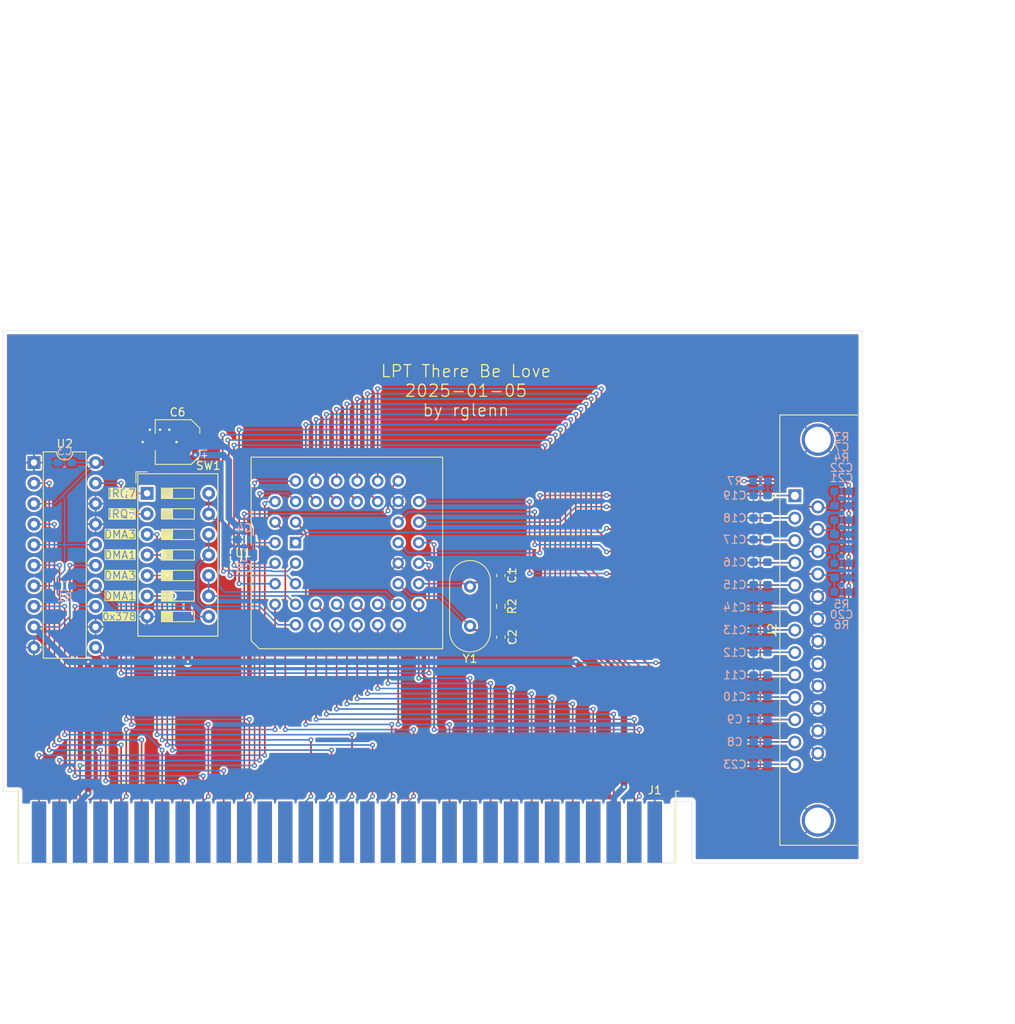
<source format=kicad_pcb>
(kicad_pcb (version 20240108) (generator "pcbnew") (generator_version "8.0")
  (layers (0 "F.Cu" signal) (31 "B.Cu" signal) (34 "B.Paste" user) (35 "F.Paste" user) (36 "B.SilkS" user "B.Silkscreen") (37 "F.SilkS" user "F.Silkscreen") (38 "B.Mask" user) (39 "F.Mask" user) (44 "Edge.Cuts" user))
  (net 0 "")
  (net 1 "/D7")
  (net 4 "/A9")
  (net 5 "/~{DACK1}")
  (net 6 "/IOCHRDY")
  (net 8 "/AEN")
  (net 9 "+5V")
  (net 11 "/D2")
  (net 12 "/~{DACK3}")
  (net 13 "/~{IOW}")
  (net 15 "/IRQ7")
  (net 17 "/A3")
  (net 20 "GND")
  (net 22 "/TC")
  (net 24 "/RESET")
  (net 29 "/A6")
  (net 31 "/A8")
  (net 33 "/A5")
  (net 34 "/D3")
  (net 35 "/A2")
  (net 39 "/D5")
  (net 41 "/D1")
  (net 42 "/A1")
  (net 43 "/~{IOR}")
  (net 44 "/D6")
  (net 48 "/A7")
  (net 50 "/D0")
  (net 52 "/A10")
  (net 53 "/IRQ5")
  (net 54 "/DRQ3")
  (net 55 "/A4")
  (net 56 "/A0")
  (net 57 "/D4")
  (net 58 "/DRQ1")
  (net 60 "Net-(U2-R5)")
  (net 61 "/LPT_DRQ")
  (net 62 "/LPT_IRQ")
  (net 63 "/~{LPT_DACK}")
  (net 64 "Net-(U1-PE)")
  (net 65 "Net-(U1-~{STROBE})")
  (net 66 "/~{LPT_CS}")
  (net 67 "Net-(J2-P15)")
  (net 68 "Net-(U1-PD4)")
  (net 69 "Net-(U1-CLOCK{slash}XTAL1)")
  (net 70 "Net-(J2-P16)")
  (net 71 "Net-(U1-PD2)")
  (net 72 "Net-(U1-PD0)")
  (net 73 "Net-(U1-PD3)")
  (net 74 "Net-(J2-P17)")
  (net 75 "Net-(U1-XTAL2)")
  (net 76 "Net-(U1-PD1)")
  (net 77 "Net-(U1-SLCT)")
  (net 78 "Net-(J2-P14)")
  (net 79 "Net-(U1-PD7)")
  (net 80 "Net-(U1-BUSY)")
  (net 81 "Net-(U1-PD5)")
  (net 82 "Net-(U1-PD6)")
  (net 83 "Net-(U1-~{ACK})")
  (footprint "Button_Switch_THT:SW_DIP_SPSTx07_Slide_9.78x19.96mm_W7.62mm_P2.54mm" (layer "F.Cu") (at 99.7375 90.165)
    (property "Reference" "SW1")
    (property "Value" "SW_DIP_x07")
  )
  (footprint "Connector_Dsub:DSUB-25_Female_Horizontal_P2.77x2.84mm_EdgePinOffset4.94mm_Housed_MountingHolesOffset4.94mm" (layer "F.Cu") (at 179.897669 90.4632 90)
    (property "Reference" "J2")
    (property "Value" "DB25F")
  )
  (footprint "Capacitor_SMD:C_0603_1608Metric_Pad1.08x0.95mm_HandSolder" (layer "F.Cu") (at 143.51 100.33 90)
    (property "Reference" "C1")
    (property "Value" "22p")
  )
  (footprint "Resistor_SMD:R_0603_1608Metric_Pad0.98x0.95mm_HandSolder" (layer "F.Cu") (at 143.51 104.14 90)
    (property "Reference" "R2")
    (property "Value" "1M")
  )
  (footprint "pc-parts:PC_BRACKET_ISA_KEYSTONE_9200_Rev1_1" (layer "F.Cu") (at 162.56 135.89)
    (property "Reference" "BRACKET1" (hide yes))
    (property "Value" "~" (hide yes))
  )
  (footprint "Package_DIP:DIP-20_W7.62mm" (layer "F.Cu") (at 85.735 86.365)
    (property "Reference" "U2")
    (property "Value" "74LS688")
  )
  (footprint "pc-parts:BUS_AT_8BIT" (layer "F.Cu") (at 162.56 132.08)
    (property "Reference" "J1")
    (property "Value" "Bus_ISA_8bit")
  )
  (footprint "Package_LCC:PLCC-44_THT-Socket" (layer "F.Cu") (at 118.11 96.266 90)
    (property "Reference" "U1")
    (property "Value" "ST78C36ACJ44")
  )
  (footprint "Crystal:Crystal_HC49-U_Vertical" (layer "F.Cu") (at 139.7 101.69 -90)
    (property "Reference" "Y1")
    (property "Value" "24 MHz")
  )
  (footprint "Capacitor_SMD:C_0603_1608Metric_Pad1.08x0.95mm_HandSolder" (layer "F.Cu") (at 143.51 107.95 -90)
    (property "Reference" "C2")
    (property "Value" "22p")
  )
  (footprint "Capacitor_SMD:CP_Elec_5x5.3" (layer "F.Cu") (at 103.505 83.82 180)
    (property "Reference" "C6")
    (property "Value" "22u")
  )
  (footprint "Capacitor_SMD:C_0603_1608Metric_Pad1.08x0.95mm_HandSolder" (layer "B.Cu") (at 175.641 95.885 180)
    (property "Reference" "C17")
    (property "Value" "180p")
  )
  (footprint "Capacitor_SMD:C_0603_1608Metric_Pad1.08x0.95mm_HandSolder" (layer "B.Cu") (at 175.641 112.649 180)
    (property "Reference" "C11")
    (property "Value" "180p")
  )
  (footprint "Capacitor_SMD:C_0603_1608Metric_Pad1.08x0.95mm_HandSolder" (layer "B.Cu") (at 175.641 109.855 180)
    (property "Reference" "C12")
    (property "Value" "180p")
  )
  (footprint "Resistor_SMD:R_0603_1608Metric_Pad0.98x0.95mm_HandSolder" (layer "B.Cu") (at 185.674 89.916 180)
    (property "Reference" "R3")
    (property "Value" "4.7K")
  )
  (footprint "Capacitor_SMD:C_0603_1608Metric_Pad1.08x0.95mm_HandSolder" (layer "B.Cu") (at 175.641 115.316 180)
    (property "Reference" "C10")
    (property "Value" "180p")
  )
  (footprint "Capacitor_SMD:C_0603_1608Metric_Pad1.08x0.95mm_HandSolder" (layer "B.Cu") (at 175.641 120.904 180)
    (property "Reference" "C8")
    (property "Value" "180p")
  )
  (footprint "Capacitor_SMD:C_0603_1608Metric_Pad1.08x0.95mm_HandSolder" (layer "B.Cu") (at 185.674 100.584)
    (property "Reference" "C20")
    (property "Value" "180p")
  )
  (footprint "Resistor_SMD:R_0603_1608Metric_Pad0.98x0.95mm_HandSolder" (layer "B.Cu") (at 89.535 101.6)
    (property "Reference" "R1")
    (property "Value" "10K")
  )
  (footprint "Capacitor_SMD:C_0603_1608Metric_Pad1.08x0.95mm_HandSolder" (layer "B.Cu") (at 111.76 95.885 180)
    (property "Reference" "C4")
    (property "Value" "100n")
  )
  (footprint "Capacitor_SMD:C_0603_1608Metric_Pad1.08x0.95mm_HandSolder" (layer "B.Cu") (at 89.535 86.36 180)
    (property "Reference" "C3")
    (property "Value" "100n")
  )
  (footprint "Resistor_SMD:R_0603_1608Metric_Pad0.98x0.95mm_HandSolder" (layer "B.Cu") (at 185.674 102.362 180)
    (property "Reference" "R6")
    (property "Value" "4.7K")
  )
  (footprint "Capacitor_SMD:C_0603_1608Metric_Pad1.08x0.95mm_HandSolder" (layer "B.Cu") (at 175.641 90.424 180)
    (property "Reference" "C19")
    (property "Value" "180p")
  )
  (footprint "Resistor_SMD:R_0603_1608Metric_Pad0.98x0.95mm_HandSolder" (layer "B.Cu") (at 185.674 93.472 180)
    (property "Reference" "R4")
    (property "Value" "4.7K")
  )
  (footprint "Resistor_SMD:R_0603_1608Metric_Pad0.98x0.95mm_HandSolder" (layer "B.Cu") (at 175.641 88.646)
    (property "Reference" "R7")
    (property "Value" "4.7K")
  )
  (footprint "Capacitor_SMD:C_0603_1608Metric_Pad1.08x0.95mm_HandSolder" (layer "B.Cu") (at 175.641 98.679 180)
    (property "Reference" "C16")
    (property "Value" "180p")
  )
  (footprint "Capacitor_SMD:C_0603_1608Metric_Pad1.08x0.95mm_HandSolder" (layer "B.Cu") (at 185.674 97.028)
    (property "Reference" "C21")
    (property "Value" "180p")
  )
  (footprint "Capacitor_SMD:C_0603_1608Metric_Pad1.08x0.95mm_HandSolder" (layer "B.Cu") (at 175.641 93.218 180)
    (property "Reference" "C18")
    (property "Value" "180p")
  )
  (footprint "Capacitor_SMD:C_0603_1608Metric_Pad1.08x0.95mm_HandSolder" (layer "B.Cu") (at 175.641 118.11 180)
    (property "Reference" "C9")
    (property "Value" "180p")
  )
  (footprint "Capacitor_SMD:C_0603_1608Metric_Pad1.08x0.95mm_HandSolder" (layer "B.Cu") (at 175.641 101.473 180)
    (property "Reference" "C15")
    (property "Value" "180p")
  )
  (footprint "Capacitor_SMD:C_0603_1608Metric_Pad1.08x0.95mm_HandSolder" (layer "B.Cu") (at 185.674 95.25)
    (property "Reference" "C22")
    (property "Value" "180p")
  )
  (footprint "Capacitor_SMD:C_0805_2012Metric_Pad1.18x1.45mm_HandSolder" (layer "B.Cu") (at 111.76 97.79 180)
    (property "Reference" "C5")
    (property "Value" "1u")
  )
  (footprint "Capacitor_SMD:C_0603_1608Metric_Pad1.08x0.95mm_HandSolder" (layer "B.Cu") (at 175.641 104.267 180)
    (property "Reference" "C14")
    (property "Value" "180p")
  )
  (footprint "Resistor_SMD:R_0603_1608Metric_Pad0.98x0.95mm_HandSolder" (layer "B.Cu") (at 185.674 98.806 180)
    (property "Reference" "R5")
    (property "Value" "4.7K")
  )
  (footprint "Capacitor_SMD:C_0603_1608Metric_Pad1.08x0.95mm_HandSolder" (layer "B.Cu") (at 175.641 123.698 180)
    (property "Reference" "C23")
    (property "Value" "180p")
  )
  (footprint "Capacitor_SMD:C_0603_1608Metric_Pad1.08x0.95mm_HandSolder" (layer "B.Cu") (at 185.674 91.694)
    (property "Reference" "C7")
    (property "Value" "180p")
  )
  (footprint "Capacitor_SMD:C_0603_1608Metric_Pad1.08x0.95mm_HandSolder" (layer "B.Cu") (at 175.641 107.061 180)
    (property "Reference" "C13")
    (property "Value" "180p")
  )
  (gr_line (start 167.132 128.27) (end 167.132 135.89) (stroke (width 0.05)) (layer "Edge.Cuts"))
  (gr_line (start 83.82 135.89) (end 83.82 127) (stroke (width 0.05)) (layer "Edge.Cuts"))
  (gr_line (start 81.915 127) (end 81.915 70) (stroke (width 0.05)) (layer "Edge.Cuts"))
  (gr_line (start 188.2648 70) (end 81.915 70) (stroke (width 0.05)) (layer "Edge.Cuts"))
  (gr_line (start 164.973 135.89) (end 164.973 128.27) (stroke (width 0.05)) (layer "Edge.Cuts"))
  (gr_line (start 83.82 127) (end 81.915 127) (stroke (width 0.05)) (layer "Edge.Cuts"))
  (gr_line (start 162.56 135.89) (end 83.82 135.89) (stroke (width 0.05)) (layer "Edge.Cuts"))
  (gr_line (start 162.56 135.89) (end 164.973 135.89) (stroke (width 0.05)) (layer "Edge.Cuts"))
  (gr_line (start 167.132 135.89) (end 188.2648 135.89) (stroke (width 0.05)) (layer "Edge.Cuts"))
  (gr_line (start 188.2648 135.89) (end 188.2648 70) (stroke (width 0.05)) (layer "Edge.Cuts"))
  (gr_line (start 164.973 128.27) (end 167.132 128.27) (stroke (width 0.05)) (layer "Edge.Cuts"))
  (gr_text "0x378" (at 98.425 105.41 0) (layer "F.SilkS" knockout) (effects (font (size 0.9 0.9) (thickness 0.1)) (justify right)))
  (gr_text "DMA3" (at 98.425 95.25 0) (layer "F.SilkS" knockout) (effects (font (size 1 1) (thickness 0.1)) (justify right)))
  (gr_text "DMA3" (at 98.425 100.33 0) (layer "F.SilkS" knockout) (effects (font (size 1 1) (thickness 0.1)) (justify right)))
  (gr_text "DMA1" (at 98.425 102.87 0) (layer "F.SilkS" knockout) (effects (font (size 1 1) (thickness 0.1)) (justify right)))
  (gr_text "LPT There Be Love\n2025-01-05\nby rglenn" (at 139.192 77.47 0) (layer "F.SilkS") (effects (font (size 1.5 1.5))))
  (gr_text "IRQ5" (at 98.425 92.71 0) (layer "F.SilkS" knockout) (effects (font (size 1 1) (thickness 0.1)) (justify right)))
  (gr_text "IRQ7" (at 98.425 90.17 0) (layer "F.SilkS" knockout) (effects (font (size 1 1) (thickness 0.1)) (justify right)))
  (gr_text "DMA1" (at 98.425 97.79 0) (layer "F.SilkS" knockout) (effects (font (size 1 1) (thickness 0.1)) (justify right)))
  (segment (start 120.65 106.426) (end 120.65 118.11) (width 0.2) (layer "F.Cu") (net 1))
  (segment (start 160.02 118.11) (end 160.02 132.08) (width 0.2) (layer "F.Cu") (net 1))
  (via (at 120.65 118.11) (size 0.6) (drill 0.3) (layers "F.Cu" "B.Cu") (net 1))
  (via (at 160.02 118.11) (size 0.6) (drill 0.3) (layers "F.Cu" "B.Cu") (net 1))
  (segment (start 120.65 118.11) (end 160.02 118.11) (width 0.2) (layer "B.Cu") (net 1))
  (segment (start 90.17 99.06) (end 90.17 124.46) (width 0.2) (layer "F.Cu") (net 4))
  (segment (start 109.22 124.46) (end 109.22 132.08) (width 0.2) (layer "F.Cu") (net 4))
  (via (at 90.17 99.06) (size 0.6) (drill 0.3) (layers "F.Cu" "B.Cu") (net 4))
  (via (at 109.22 124.46) (size 0.6) (drill 0.3) (layers "F.Cu" "B.Cu") (net 4))
  (via (at 90.17 124.46) (size 0.6) (drill 0.3) (layers "F.Cu" "B.Cu") (net 4))
  (segment (start 93.355 99.065) (end 90.175 99.065) (width 0.2) (layer "B.Cu") (net 4))
  (segment (start 90.17 124.46) (end 109.22 124.46) (width 0.2) (layer "B.Cu") (net 4))
  (segment (start 90.175 99.065) (end 90.17 99.06) (width 0.2) (layer "B.Cu") (net 4))
  (segment (start 102.87 121.92) (end 102.87 102.87) (width 0.2) (layer "F.Cu") (net 5))
  (segment (start 122.555 127.635) (end 122.555 121.92) (width 0.2) (layer "F.Cu") (net 5))
  (via (at 122.555 127.635) (size 0.6) (drill 0.3) (layers "F.Cu" "B.Cu") (net 5))
  (via (at 122.555 121.92) (size 0.6) (drill 0.3) (layers "F.Cu" "B.Cu") (net 5))
  (via (at 102.87 121.92) (size 0.6) (drill 0.3) (layers "F.Cu" "B.Cu") (net 5))
  (via (at 102.87 102.87) (size 0.6) (drill 0.3) (layers "F.Cu" "B.Cu") (net 5))
  (segment (start 102.87 102.87) (end 102.235 102.87) (width 0.2) (layer "B.Cu") (net 5))
  (segment (start 121.92 128.27) (end 122.555 127.635) (width 0.2) (layer "B.Cu") (net 5))
  (segment (start 121.92 132.08) (end 121.92 128.27) (width 0.2) (layer "B.Cu") (net 5))
  (segment (start 102.23 102.865) (end 99.7375 102.865) (width 0.2) (layer "B.Cu") (net 5))
  (segment (start 122.555 121.92) (end 102.87 121.92) (width 0.2) (layer "B.Cu") (net 5))
  (segment (start 102.235 102.87) (end 102.23 102.865) (width 0.2) (layer "B.Cu") (net 5))
  (segment (start 133.35 113.03) (end 133.35 103.886) (width 0.2) (layer "F.Cu") (net 6))
  (segment (start 139.7 132.08) (end 139.7 113.03) (width 0.2) (layer "F.Cu") (net 6))
  (via (at 139.7 113.03) (size 0.6) (drill 0.3) (layers "F.Cu" "B.Cu") (net 6))
  (via (at 133.35 113.03) (size 0.6) (drill 0.3) (layers "F.Cu" "B.Cu") (net 6))
  (segment (start 139.7 113.03) (end 133.35 113.03) (width 0.2) (layer "B.Cu") (net 6))
  (segment (start 130.81 106.426) (end 130.81 118.745) (width 0.2) (layer "F.Cu") (net 8))
  (segment (start 137.16 118.745) (end 137.16 132.08) (width 0.2) (layer "F.Cu") (net 8))
  (via (at 137.16 118.745) (size 0.6) (drill 0.3) (layers "F.Cu" "B.Cu") (net 8))
  (via (at 130.81 118.745) (size 0.6) (drill 0.3) (layers "F.Cu" "B.Cu") (net 8))
  (segment (start 130.81 118.745) (end 137.16 118.745) (width 0.2) (layer "B.Cu") (net 8))
  (segment (start 186.563 107.823) (end 184.658 109.728) (width 0.2) (layer "F.Cu") (net 9))
  (segment (start 180.721 111.125) (end 181.991 109.855) (width 0.2) (layer "F.Cu") (net 9))
  (segment (start 92.456 127.254) (end 92.456 110.998) (width 0.8) (layer "F.Cu") (net 9))
  (segment (start 158.75 126.492) (end 158.75 116.967) (width 0.8) (layer "F.Cu") (net 9))
  (segment (start 184.531 109.855) (end 184.658 109.728) (width 0.2) (layer "F.Cu") (net 9))
  (segment (start 186.563 92.669) (end 186.563 89.154) (width 0.2) (layer "F.Cu") (net 9))
  (segment (start 104.775 86.36) (end 105.705 85.43) (width 0.8) (layer "F.Cu") (net 9))
  (segment (start 104.775 87.63) (end 104.775 86.36) (width 0.8) (layer "F.Cu") (net 9))
  (segment (start 186.563 101.6) (end 186.563 98.044) (width 0.2) (layer "F.Cu") (net 9))
  (segment (start 104.775 110.998) (end 104.775 87.63) (width 0.8) (layer "F.Cu") (net 9))
  (segment (start 173.609 88.646) (end 186.055 88.646) (width 0.2) (layer "F.Cu") (net 9))
  (segment (start 105.705 85.43) (end 105.705 83.82) (width 0.8) (layer "F.Cu") (net 9))
  (segment (start 186.055 88.646) (end 186.563 89.154) (width 0.2) (layer "F.Cu") (net 9))
  (segment (start 104.775 87.63) (end 104.775 86.365) (width 0.8) (layer "F.Cu") (net 9))
  (segment (start 104.775 86.365) (end 93.355 86.365) (width 0.8) (layer "F.Cu") (net 9))
  (segment (start 158.75 116.967) (end 152.781 110.998) (width 0.8) (layer "F.Cu") (net 9))
  (segment (start 186.563 101.6) (end 186.563 107.823) (width 0.2) (layer "F.Cu") (net 9))
  (segment (start 186.563 98.044) (end 186.563 92.669) (width 0.2) (layer "F.Cu") (net 9))
  (segment (start 162.687 111.125) (end 180.721 111.125) (width 0.2) (layer "F.Cu") (net 9))
  (segment (start 181.991 109.855) (end 184.531 109.855) (width 0.2) (layer "F.Cu") (net 9))
  (via (at 186.563 101.6) (size 0.6) (drill 0.3) (layers "F.Cu" "B.Cu") (net 9))
  (via (at 92.456 110.998) (size 0.6) (drill 0.3) (layers "F.Cu" "B.Cu") (net 9))
  (via (at 104.775 110.998) (size 0.6) (drill 0.3) (layers "F.Cu" "B.Cu") (net 9))
  (via (at 186.563 89.154) (size 0.6) (drill 0.3) (layers "F.Cu" "B.Cu") (net 9))
  (via (at 152.781 110.998) (size 0.6) (drill 0.3) (layers "F.Cu" "B.Cu") (net 9))
  (via (at 158.75 126.492) (size 0.6) (drill 0.3) (layers "F.Cu" "B.Cu") (net 9))
  (via (at 186.563 92.669) (size 0.6) (drill 0.3) (layers "F.Cu" "B.Cu") (net 9))
  (via (at 186.563 98.044) (size 0.6) (drill 0.3) (layers "F.Cu" "B.Cu") (net 9))
  (via (at 173.609 88.646) (size 0.6) (drill 0.3) (layers "F.Cu" "B.Cu") (net 9))
  (via (at 162.687 111.125) (size 0.6) (drill 0.3) (layers "F.Cu" "B.Cu") (net 9))
  (via (at 105.705 85.43) (size 0.6) (drill 0.3) (layers "F.Cu" "B.Cu") (net 9))
  (via (at 92.456 127.254) (size 0.6) (drill 0.3) (layers "F.Cu" "B.Cu") (net 9))
  (segment (start 186.5865 101.6235) (end 186.563 101.6) (width 0.2) (layer "B.Cu") (net 9))
  (segment (start 88.275 91.445) (end 85.735 91.445) (width 0.2) (layer "B.Cu") (net 9))
  (segment (start 186.563 89.154) (end 186.563 89.8925) (width 0.2) (layer "B.Cu") (net 9))
  (segment (start 85.74 101.6) (end 85.735 101.605) (width 0.2) (layer "B.Cu") (net 9))
  (segment (start 90.048 110.998) (end 85.735 106.685) (width 0.8) (layer "B.Cu") (net 9))
  (segment (start 88.6225 101.6) (end 85.74 101.6) (width 0.2) (layer "B.Cu") (net 9))
  (segment (start 90.17 105.41) (end 90.17 103.505) (width 0.2) (layer "B.Cu") (net 9))
  (segment (start 115.57 96.266) (end 113.0035 96.266) (width 0.2) (layer "B.Cu") (net 9))
  (segment (start 186.563 98.7825) (end 186.5865 98.806) (width 0.2) (layer "B.Cu") (net 9))
  (segment (start 152.908 111.125) (end 152.781 110.998) (width 0.2) (layer "B.Cu") (net 9))
  (segment (start 109.855 93.218) (end 110.744 94.107) (width 0.8) (layer "B.Cu") (net 9))
  (segment (start 173.609 88.646) (end 174.7285 88.646) (width 0.2) (layer "B.Cu") (net 9))
  (segment (start 91.44 132.08) (end 91.44 128.27) (width 0.8) (layer "B.Cu") (net 9))
  (segment (start 110.744 94.107) (end 112.141 94.107) (width 0.8) (layer "B.Cu") (net 9))
  (segment (start 93.355 96.525) (end 89.54 96.525) (width 0.2) (layer "B.Cu") (net 9))
  (segment (start 157.48 132.08) (end 157.48 127.762) (width 0.8) (layer "B.Cu") (net 9))
  (segment (start 112.6225 94.5885) (end 112.6225 95.885) (width 0.4) (layer "B.Cu") (net 9))
  (segment (start 90.3975 86.36) (end 93.35 86.36) (width 0.2) (layer "B.Cu") (net 9))
  (segment (start 186.563 98.044) (end 186.563 98.7825) (width 0.2) (layer "B.Cu") (net 9))
  (segment (start 157.48 127.762) (end 158.75 126.492) (width 0.8) (layer "B.Cu") (net 9))
  (segment (start 88.6225 102.5925) (end 88.6225 101.6) (width 0.2) (layer "B.Cu") (net 9))
  (segment (start 89.535 99.695) (end 89.535 96.52) (width 0.2) (layer "B.Cu") (net 9))
  (segment (start 88.9 102.87) (end 88.6225 102.5925) (width 0.2) (layer "B.Cu") (net 9))
  (segment (start 89.53 96.525) (end 89.535 96.52) (width 0.2) (layer "B.Cu") (net 9))
  (segment (start 93.35 86.36) (end 93.355 86.365) (width 0.2) (layer "B.Cu") (net 9))
  (segment (start 93.355 86.365) (end 89.225 90.495) (width 0.2) (layer "B.Cu") (net 9))
  (segment (start 88.6225 100.6075) (end 89.535 99.695) (width 0.2) (layer "B.Cu") (net 9))
  (segment (start 105.705 85.43) (end 109.179 85.43) (width 0.8) (layer "B.Cu") (net 9))
  (segment (start 186.563 89.8925) (end 186.5865 89.916) (width 0.2) (layer "B.Cu") (net 9))
  (segment (start 89.535 90.805) (end 89.225 90.495) (width 0.2) (layer "B.Cu") (net 9))
  (segment (start 90.17 103.505) (end 89.535 102.87) (width 0.2) (layer "B.Cu") (net 9))
  (segment (start 109.855 86.106) (end 109.855 93.218) (width 0.8) (layer "B.Cu") (net 9))
  (segment (start 89.225 90.495) (end 88.275 91.445) (width 0.2) (layer "B.Cu") (net 9))
  (segment (start 109.179 85.43) (end 109.855 86.106) (width 0.8) (layer "B.Cu") (net 9))
  (segment (start 91.44 128.27) (end 92.456 127.254) (width 0.8) (layer "B.Cu") (net 9))
  (segment (start 186.563 92.669) (end 186.563 93.4485) (width 0.2) (layer "B.Cu") (net 9))
  (segment (start 112.7975 96.06) (end 112.6225 95.885) (width 0.2) (layer "B.Cu") (net 9))
  (segment (start 152.781 110.998) (end 92.456 110.998) (width 0.8) (layer "B.Cu") (net 9))
  (segment (start 112.7975 97.79) (end 112.7975 96.06) (width 0.2) (layer "B.Cu") (net 9))
  (segment (start 89.535 96.52) (end 89.535 90.805) (width 0.2) (layer "B.Cu") (net 9))
  (segment (start 92.456 110.998) (end 90.048 110.998) (width 0.8) (layer "B.Cu") (net 9))
  (segment (start 112.141 94.107) (end 112.6225 94.5885) (width 0.4) (layer "B.Cu") (net 9))
  (segment (start 89.54 96.525) (end 89.535 96.52) (width 0.2) (layer "B.Cu") (net 9))
  (segment (start 162.687 111.125) (end 152.908 111.125) (width 0.2) (layer "B.Cu") (net 9))
  (segment (start 186.5865 102.362) (end 186.5865 101.6235) (width 0.2) (layer "B.Cu") (net 9))
  (segment (start 186.563 93.4485) (end 186.5865 93.472) (width 0.2) (layer "B.Cu") (net 9))
  (segment (start 89.535 102.87) (end 88.9 102.87) (width 0.2) (layer "B.Cu") (net 9))
  (segment (start 85.735 96.525) (end 89.53 96.525) (width 0.2) (layer "B.Cu") (net 9))
  (segment (start 88.895 106.685) (end 90.17 105.41) (width 0.2) (layer "B.Cu") (net 9))
  (segment (start 88.6225 101.6) (end 88.6225 100.6075) (width 0.2) (layer "B.Cu") (net 9))
  (segment (start 113.0035 96.266) (end 112.6225 95.885) (width 0.2) (layer "B.Cu") (net 9))
  (segment (start 85.735 106.685) (end 88.895 106.685) (width 0.2) (layer "B.Cu") (net 9))
  (segment (start 147.32 114.935) (end 147.32 132.08) (width 0.2) (layer "F.Cu") (net 11))
  (segment (start 127 105.156) (end 127 105.41) (width 0.2) (layer "F.Cu") (net 11))
  (segment (start 125.73 103.886) (end 127 105.156) (width 0.2) (layer "F.Cu") (net 11))
  (segment (start 127 105.41) (end 127 114.935) (width 0.2) (layer "F.Cu") (net 11))
  (via (at 147.32 114.935) (size 0.6) (drill 0.3) (layers "F.Cu" "B.Cu") (net 11))
  (via (at 127 114.935) (size 0.6) (drill 0.3) (layers "F.Cu" "B.Cu") (net 11))
  (segment (start 127 114.935) (end 147.32 114.935) (width 0.2) (layer "B.Cu") (net 11))
  (segment (start 127.635 121.285) (end 127.635 127.635) (width 0.2) (layer "F.Cu") (net 12))
  (segment (start 102.235 100.33) (end 102.235 121.285) (width 0.2) (layer "F.Cu") (net 12))
  (via (at 127.635 127.635) (size 0.6) (drill 0.3) (layers "F.Cu" "B.Cu") (net 12))
  (via (at 102.235 121.285) (size 0.6) (drill 0.3) (layers "F.Cu" "B.Cu") (net 12))
  (via (at 127.635 121.285) (size 0.6) (drill 0.3) (layers "F.Cu" "B.Cu") (net 12))
  (via (at 102.235 100.33) (size 0.6) (drill 0.3) (layers "F.Cu" "B.Cu") (net 12))
  (segment (start 127.635 127.635) (end 127 128.27) (width 0.2) (layer "B.Cu") (net 12))
  (segment (start 102.23 100.325) (end 102.235 100.33) (width 0.2) (layer "B.Cu") (net 12))
  (segment (start 102.235 121.285) (end 127.635 121.285) (width 0.2) (layer "B.Cu") (net 12))
  (segment (start 99.7375 100.325) (end 102.23 100.325) (width 0.2) (layer "B.Cu") (net 12))
  (segment (start 127 128.27) (end 127 132.08) (width 0.2) (layer "B.Cu") (net 12))
  (segment (start 116.84 94.996) (end 116.84 97.79) (width 0.2) (layer "F.Cu") (net 13))
  (segment (start 115.57 93.726) (end 116.84 94.996) (width 0.2) (layer "F.Cu") (net 13))
  (segment (start 116.84 97.79) (end 116.84 119.38) (width 0.2) (layer "F.Cu") (net 13))
  (segment (start 132.715 119.38) (end 132.715 127.635) (width 0.2) (layer "F.Cu") (net 13))
  (via (at 116.84 119.38) (size 0.6) (drill 0.3) (layers "F.Cu" "B.Cu") (net 13))
  (via (at 132.715 119.38) (size 0.6) (drill 0.3) (layers "F.Cu" "B.Cu") (net 13))
  (via (at 132.715 127.635) (size 0.6) (drill 0.3) (layers "F.Cu" "B.Cu") (net 13))
  (segment (start 132.715 127.635) (end 132.08 128.27) (width 0.2) (layer "B.Cu") (net 13))
  (segment (start 132.08 128.27) (end 132.08 132.08) (width 0.2) (layer "B.Cu") (net 13))
  (segment (start 116.84 119.38) (end 132.715 119.38) (width 0.2) (layer "B.Cu") (net 13))
  (segment (start 112.395 127.635) (end 112.395 118.11) (width 0.2) (layer "F.Cu") (net 15))
  (segment (start 97.155 118.11) (end 97.155 90.17) (width 0.2) (layer "F.Cu") (net 15))
  (via (at 97.155 118.11) (size 0.6) (drill 0.3) (layers "F.Cu" "B.Cu") (net 15))
  (via (at 112.395 118.11) (size 0.6) (drill 0.3) (layers "F.Cu" "B.Cu") (net 15))
  (via (at 112.395 127.635) (size 0.6) (drill 0.3) (layers "F.Cu" "B.Cu") (net 15))
  (via (at 97.155 90.17) (size 0.6) (drill 0.3) (layers "F.Cu" "B.Cu") (net 15))
  (segment (start 111.76 132.08) (end 111.76 128.27) (width 0.2) (layer "B.Cu") (net 15))
  (segment (start 97.155 90.17) (end 97.16 90.165) (width 0.2) (layer "B.Cu") (net 15))
  (segment (start 97.16 90.165) (end 99.7375 90.165) (width 0.2) (layer "B.Cu") (net 15))
  (segment (start 112.395 118.11) (end 97.155 118.11) (width 0.2) (layer "B.Cu") (net 15))
  (segment (start 111.76 128.27) (end 112.395 127.635) (width 0.2) (layer "B.Cu") (net 15))
  (segment (start 87.63 121.92) (end 87.63 88.9) (width 0.2) (layer "F.Cu") (net 17))
  (segment (start 93.98 132.08) (end 93.98 121.92) (width 0.2) (layer "F.Cu") (net 17))
  (via (at 87.63 88.9) (size 0.6) (drill 0.3) (layers "F.Cu" "B.Cu") (net 17))
  (via (at 93.98 121.92) (size 0.6) (drill 0.3) (layers "F.Cu" "B.Cu") (net 17))
  (via (at 87.63 121.92) (size 0.6) (drill 0.3) (layers "F.Cu" "B.Cu") (net 17))
  (segment (start 85.74 88.9) (end 85.735 88.905) (width 0.2) (layer "B.Cu") (net 17))
  (segment (start 93.98 121.92) (end 87.63 121.92) (width 0.2) (layer "B.Cu") (net 17))
  (segment (start 87.63 88.9) (end 85.74 88.9) (width 0.2) (layer "B.Cu") (net 17))
  (segment (start 101.305 83.82) (end 103.378 83.82) (width 0.2) (layer "F.Cu") (net 20))
  (segment (start 101.346 82.296) (end 102.489 82.296) (width 0.2) (layer "F.Cu") (net 20))
  (segment (start 144.5525 99.4675) (end 144.653 99.568) (width 0.2) (layer "F.Cu") (net 20))
  (segment (start 144.5525 108.8125) (end 144.653 108.712) (width 0.2) (layer "F.Cu") (net 20))
  (segment (start 143.51 99.4675) (end 144.5525 99.4675) (width 0.2) (layer "F.Cu") (net 20))
  (segment (start 143.51 108.8125) (end 144.5525 108.8125) (width 0.2) (layer "F.Cu") (net 20))
  (segment (start 101.305 82.337) (end 101.346 82.296) (width 0.2) (layer "F.Cu") (net 20))
  (segment (start 101.305 83.82) (end 99.187 83.82) (width 0.2) (layer "F.Cu") (net 20))
  (segment (start 101.346 82.296) (end 100.076 82.296) (width 0.2) (layer "F.Cu") (net 20))
  (segment (start 101.305 83.82) (end 101.305 82.337) (width 0.2) (layer "F.Cu") (net 20))
  (via (at 102.489 82.296) (size 0.6) (drill 0.3) (layers "F.Cu" "B.Cu") (net 20))
  (via (at 99.187 83.82) (size 0.6) (drill 0.3) (layers "F.Cu" "B.Cu") (net 20))
  (via (at 103.378 83.82) (size 0.6) (drill 0.3) (layers "F.Cu" "B.Cu") (net 20))
  (via (at 101.346 82.296) (size 0.6) (drill 0.3) (layers "F.Cu" "B.Cu") (net 20))
  (via (at 144.653 99.568) (size 0.6) (drill 0.3) (layers "F.Cu" "B.Cu") (net 20))
  (via (at 144.653 108.712) (size 0.6) (drill 0.3) (layers "F.Cu" "B.Cu") (net 20))
  (via (at 100.076 82.296) (size 0.6) (drill 0.3) (layers "F.Cu" "B.Cu") (net 20))
  (segment (start 115.57 103.886) (end 115.57 119.38) (width 0.2) (layer "F.Cu") (net 22))
  (segment (start 97.155 119.38) (end 97.155 127.635) (width 0.2) (layer "F.Cu") (net 22))
  (via (at 97.155 127.635) (size 0.6) (drill 0.3) (layers "F.Cu" "B.Cu") (net 22))
  (via (at 115.57 119.38) (size 0.6) (drill 0.3) (layers "F.Cu" "B.Cu") (net 22))
  (via (at 97.155 119.38) (size 0.6) (drill 0.3) (layers "F.Cu" "B.Cu") (net 22))
  (segment (start 97.155 127.635) (end 96.52 128.27) (width 0.2) (layer "B.Cu") (net 22))
  (segment (start 96.52 128.27) (end 96.52 132.08) (width 0.2) (layer "B.Cu") (net 22))
  (segment (start 115.57 119.38) (end 97.155 119.38) (width 0.2) (layer "B.Cu") (net 22))
  (segment (start 135.255 96.52) (end 135.255 119.38) (width 0.2) (layer "F.Cu") (net 24))
  (segment (start 160.655 119.38) (end 160.655 127.635) (width 0.2) (layer "F.Cu") (net 24))
  (via (at 135.255 119.38) (size 0.6) (drill 0.3) (layers "F.Cu" "B.Cu") (net 24))
  (via (at 160.655 119.38) (size 0.6) (drill 0.3) (layers "F.Cu" "B.Cu") (net 24))
  (via (at 135.255 96.52) (size 0.6) (drill 0.3) (layers "F.Cu" "B.Cu") (net 24))
  (via (at 160.655 127.635) (size 0.6) (drill 0.3) (layers "F.Cu" "B.Cu") (net 24))
  (segment (start 133.35 96.266) (end 135.001 96.266) (width 0.2) (layer "B.Cu") (net 24))
  (segment (start 160.655 127.635) (end 160.02 128.27) (width 0.2) (layer "B.Cu") (net 24))
  (segment (start 160.02 128.27) (end 160.02 132.08) (width 0.2) (layer "B.Cu") (net 24))
  (segment (start 135.255 119.38) (end 160.655 119.38) (width 0.2) (layer "B.Cu") (net 24))
  (segment (start 135.001 96.266) (end 135.255 96.52) (width 0.2) (layer "B.Cu") (net 24))
  (segment (start 101.6 121.92) (end 101.6 132.08) (width 0.2) (layer "F.Cu") (net 29))
  (segment (start 89.535 104.14) (end 89.535 120.015) (width 0.2) (layer "F.Cu") (net 29))
  (via (at 89.535 104.14) (size 0.6) (drill 0.3) (layers "F.Cu" "B.Cu") (net 29))
  (via (at 101.6 121.92) (size 0.6) (drill 0.3) (layers "F.Cu" "B.Cu") (net 29))
  (via (at 89.535 120.015) (size 0.6) (drill 0.3) (layers "F.Cu" "B.Cu") (net 29))
  (segment (start 89.53 104.145) (end 89.535 104.14) (width 0.2) (layer "B.Cu") (net 29))
  (segment (start 99.695 120.015) (end 101.6 121.92) (width 0.2) (layer "B.Cu") (net 29))
  (segment (start 89.535 120.015) (end 99.695 120.015) (width 0.2) (layer "B.Cu") (net 29))
  (segment (start 85.735 104.145) (end 89.53 104.145) (width 0.2) (layer "B.Cu") (net 29))
  (segment (start 90.805 125.095) (end 90.805 104.14) (width 0.2) (layer "F.Cu") (net 31))
  (segment (start 106.68 132.08) (end 106.68 125.095) (width 0.2) (layer "F.Cu") (net 31))
  (via (at 90.805 125.095) (size 0.6) (drill 0.3) (layers "F.Cu" "B.Cu") (net 31))
  (via (at 106.68 125.095) (size 0.6) (drill 0.3) (layers "F.Cu" "B.Cu") (net 31))
  (via (at 90.805 104.14) (size 0.6) (drill 0.3) (layers "F.Cu" "B.Cu") (net 31))
  (segment (start 90.81 104.145) (end 93.355 104.145) (width 0.2) (layer "B.Cu") (net 31))
  (segment (start 90.805 104.14) (end 90.81 104.145) (width 0.2) (layer "B.Cu") (net 31))
  (segment (start 106.68 125.095) (end 90.805 125.095) (width 0.2) (layer "B.Cu") (net 31))
  (segment (start 88.9 120.65) (end 88.9 99.06) (width 0.2) (layer "F.Cu") (net 33))
  (segment (start 99.06 132.08) (end 99.06 120.65) (width 0.2) (layer "F.Cu") (net 33))
  (via (at 88.9 120.65) (size 0.6) (drill 0.3) (layers "F.Cu" "B.Cu") (net 33))
  (via (at 99.06 120.65) (size 0.6) (drill 0.3) (layers "F.Cu" "B.Cu") (net 33))
  (via (at 88.9 99.06) (size 0.6) (drill 0.3) (layers "F.Cu" "B.Cu") (net 33))
  (segment (start 88.895 99.065) (end 85.735 99.065) (width 0.2) (layer "B.Cu") (net 33))
  (segment (start 99.06 120.65) (end 88.9 120.65) (width 0.2) (layer "B.Cu") (net 33))
  (segment (start 88.9 99.06) (end 88.895 99.065) (width 0.2) (layer "B.Cu") (net 33))
  (segment (start 149.86 132.08) (end 149.86 115.57) (width 0.2) (layer "F.Cu") (net 34))
  (segment (start 125.73 115.57) (end 125.73 106.426) (width 0.2) (layer "F.Cu") (net 34))
  (via (at 149.86 115.57) (size 0.6) (drill 0.3) (layers "F.Cu" "B.Cu") (net 34))
  (via (at 125.73 115.57) (size 0.6) (drill 0.3) (layers "F.Cu" "B.Cu") (net 34))
  (segment (start 149.86 115.57) (end 125.73 115.57) (width 0.2) (layer "B.Cu") (net 34))
  (segment (start 91.44 123.825) (end 91.44 132.08) (width 0.2) (layer "F.Cu") (net 35))
  (segment (start 113.03 88.9) (end 113.03 123.825) (width 0.2) (layer "F.Cu") (net 35))
  (via (at 91.44 123.825) (size 0.6) (drill 0.3) (layers "F.Cu" "B.Cu") (net 35))
  (via (at 113.03 88.9) (size 0.6) (drill 0.3) (layers "F.Cu" "B.Cu") (net 35))
  (via (at 113.03 123.825) (size 0.6) (drill 0.3) (layers "F.Cu" "B.Cu") (net 35))
  (segment (start 113.03 123.825) (end 91.44 123.825) (width 0.2) (layer "B.Cu") (net 35))
  (segment (start 118.11 88.646) (end 113.284 88.646) (width 0.2) (layer "B.Cu") (net 35))
  (segment (start 113.284 88.646) (end 113.03 88.9) (width 0.2) (layer "B.Cu") (net 35))
  (segment (start 154.94 132.08) (end 154.94 116.84) (width 0.2) (layer "F.Cu") (net 39))
  (segment (start 123.19 116.84) (end 123.19 106.426) (width 0.2) (layer "F.Cu") (net 39))
  (via (at 154.94 116.84) (size 0.6) (drill 0.3) (layers "F.Cu" "B.Cu") (net 39))
  (via (at 123.19 116.84) (size 0.6) (drill 0.3) (layers "F.Cu" "B.Cu") (net 39))
  (segment (start 154.94 116.84) (end 123.19 116.84) (width 0.2) (layer "B.Cu") (net 39))
  (segment (start 128.27 114.3) (end 128.27 106.426) (width 0.2) (layer "F.Cu") (net 41))
  (segment (start 144.78 132.08) (end 144.78 114.3) (width 0.2) (layer "F.Cu") (net 41))
  (via (at 144.78 114.3) (size 0.6) (drill 0.3) (layers "F.Cu" "B.Cu") (net 41))
  (via (at 128.27 114.3) (size 0.6) (drill 0.3) (layers "F.Cu" "B.Cu") (net 41))
  (segment (start 144.78 114.3) (end 128.27 114.3) (width 0.2) (layer "B.Cu") (net 41))
  (segment (start 88.9 132.08) (end 88.9 123.19) (width 0.2) (layer "F.Cu") (net 42))
  (segment (start 113.665 113.03) (end 113.665 90.17) (width 0.2) (layer "F.Cu") (net 42))
  (segment (start 113.665 123.19) (end 113.665 113.03) (width 0.2) (layer "F.Cu") (net 42))
  (via (at 88.9 123.19) (size 0.6) (drill 0.3) (layers "F.Cu" "B.Cu") (net 42))
  (via (at 113.665 90.17) (size 0.6) (drill 0.3) (layers "F.Cu" "B.Cu") (net 42))
  (via (at 113.665 123.19) (size 0.6) (drill 0.3) (layers "F.Cu" "B.Cu") (net 42))
  (segment (start 88.9 123.19) (end 113.665 123.19) (width 0.2) (layer "B.Cu") (net 42))
  (segment (start 113.665 90.17) (end 117.094 90.17) (width 0.2) (layer "B.Cu") (net 42))
  (segment (start 117.094 90.17) (end 118.11 91.186) (width 0.2) (layer "B.Cu") (net 42))
  (segment (start 118.11 93.726) (end 119.38 94.996) (width 0.2) (layer "F.Cu") (net 43))
  (segment (start 119.38 105.41) (end 119.38 118.745) (width 0.2) (layer "F.Cu") (net 43))
  (segment (start 119.38 94.996) (end 119.38 105.41) (width 0.2) (layer "F.Cu") (net 43))
  (segment (start 130.009997 118.745) (end 130.009997 127.469997) (width 0.2) (layer "F.Cu") (net 43))
  (segment (start 130.009997 127.469997) (end 130.175 127.635) (width 0.2) (layer "F.Cu") (net 43))
  (via (at 130.175 127.635) (size 0.6) (drill 0.3) (layers "F.Cu" "B.Cu") (net 43))
  (via (at 119.38 118.745) (size 0.6) (drill 0.3) (layers "F.Cu" "B.Cu") (net 43))
  (via (at 130.009997 118.745) (size 0.6) (drill 0.3) (layers "F.Cu" "B.Cu") (net 43))
  (segment (start 129.54 128.27) (end 129.54 132.08) (width 0.2) (layer "B.Cu") (net 43))
  (segment (start 130.175 127.635) (end 129.54 128.27) (width 0.2) (layer "B.Cu") (net 43))
  (segment (start 119.38 118.745) (end 130.009997 118.745) (width 0.2) (layer "B.Cu") (net 43))
  (segment (start 157.48 117.475) (end 157.48 132.08) (width 0.2) (layer "F.Cu") (net 44))
  (segment (start 120.65 103.886) (end 121.92 105.156) (width 0.2) (layer "F.Cu") (net 44))
  (segment (start 121.92 105.156) (end 121.92 117.475) (width 0.2) (layer "F.Cu") (net 44))
  (via (at 157.48 117.475) (size 0.6) (drill 0.3) (layers "F.Cu" "B.Cu") (net 44))
  (via (at 121.92 117.475) (size 0.6) (drill 0.3) (layers "F.Cu" "B.Cu") (net 44))
  (segment (start 121.92 117.475) (end 157.48 117.475) (width 0.2) (layer "B.Cu") (net 44))
  (segment (start 94.615 110.485) (end 93.355 109.225) (width 0.2) (layer "F.Cu") (net 48))
  (segment (start 104.14 125.73) (end 104.14 132.08) (width 0.2) (layer "F.Cu") (net 48))
  (segment (start 94.615 125.73) (end 94.615 110.485) (width 0.2) (layer "F.Cu") (net 48))
  (via (at 94.615 125.73) (size 0.6) (drill 0.3) (layers "F.Cu" "B.Cu") (net 48))
  (via (at 104.14 125.73) (size 0.6) (drill 0.3) (layers "F.Cu" "B.Cu") (net 48))
  (segment (start 94.615 125.73) (end 104.14 125.73) (width 0.2) (layer "B.Cu") (net 48))
  (segment (start 129.54 105.156) (end 129.54 113.665) (width 0.2) (layer "F.Cu") (net 50))
  (segment (start 142.24 113.665) (end 142.24 132.08) (width 0.2) (layer "F.Cu") (net 50))
  (segment (start 128.27 103.886) (end 129.54 105.156) (width 0.2) (layer "F.Cu") (net 50))
  (via (at 142.24 113.665) (size 0.6) (drill 0.3) (layers "F.Cu" "B.Cu") (net 50))
  (via (at 129.54 113.665) (size 0.6) (drill 0.3) (layers "F.Cu" "B.Cu") (net 50))
  (segment (start 129.54 113.665) (end 142.24 113.665) (width 0.2) (layer "B.Cu") (net 50))
  (segment (start 129.54 89.916) (end 130.81 88.646) (width 0.2) (layer "F.Cu") (net 52))
  (segment (start 129.54 92.329) (end 129.54 89.916) (width 0.2) (layer "F.Cu") (net 52))
  (segment (start 111.76 132.08) (end 111.76 92.71) (width 0.2) (layer "F.Cu") (net 52))
  (via (at 129.54 92.329) (size 0.6) (drill 0.3) (layers "F.Cu" "B.Cu") (net 52))
  (via (at 111.76 92.71) (size 0.6) (drill 0.3) (layers "F.Cu" "B.Cu") (net 52))
  (segment (start 129.159 92.71) (end 129.54 92.329) (width 0.2) (layer "B.Cu") (net 52))
  (segment (start 111.76 92.71) (end 129.159 92.71) (width 0.2) (layer "B.Cu") (net 52))
  (segment (start 107.315 127.635) (end 107.315 118.745) (width 0.2) (layer "F.Cu") (net 53))
  (segment (start 97.79 118.745) (end 97.79 92.71) (width 0.2) (layer "F.Cu") (net 53))
  (via (at 97.79 92.71) (size 0.6) (drill 0.3) (layers "F.Cu" "B.Cu") (net 53))
  (via (at 107.315 118.745) (size 0.6) (drill 0.3) (layers "F.Cu" "B.Cu") (net 53))
  (via (at 97.79 118.745) (size 0.6) (drill 0.3) (layers "F.Cu" "B.Cu") (net 53))
  (via (at 107.315 127.635) (size 0.6) (drill 0.3) (layers "F.Cu" "B.Cu") (net 53))
  (segment (start 107.315 118.745) (end 97.79 118.745) (width 0.2) (layer "B.Cu") (net 53))
  (segment (start 106.68 132.08) (end 106.68 128.27) (width 0.2) (layer "B.Cu") (net 53))
  (segment (start 97.79 92.71) (end 99.7325 92.71) (width 0.2) (layer "B.Cu") (net 53))
  (segment (start 99.7325 92.71) (end 99.7375 92.705) (width 0.2) (layer "B.Cu") (net 53))
  (segment (start 106.68 128.27) (end 107.315 127.635) (width 0.2) (layer "B.Cu") (net 53))
  (segment (start 100.965 95.25) (end 100.965 120.015) (width 0.2) (layer "F.Cu") (net 54))
  (segment (start 125.095 120.015) (end 125.095 127.635) (width 0.2) (layer "F.Cu") (net 54))
  (via (at 100.965 95.25) (size 0.6) (drill 0.3) (layers "F.Cu" "B.Cu") (net 54))
  (via (at 100.965 120.015) (size 0.6) (drill 0.3) (layers "F.Cu" "B.Cu") (net 54))
  (via (at 125.095 127.635) (size 0.6) (drill 0.3) (layers "F.Cu" "B.Cu") (net 54))
  (via (at 125.095 120.015) (size 0.6) (drill 0.3) (layers "F.Cu" "B.Cu") (net 54))
  (segment (start 100.96 95.245) (end 100.965 95.25) (width 0.2) (layer "B.Cu") (net 54))
  (segment (start 124.46 128.27) (end 124.46 132.08) (width 0.2) (layer "B.Cu") (net 54))
  (segment (start 125.095 127.635) (end 124.46 128.27) (width 0.2) (layer "B.Cu") (net 54))
  (segment (start 99.7375 95.245) (end 100.96 95.245) (width 0.2) (layer "B.Cu") (net 54))
  (segment (start 100.965 120.015) (end 125.095 120.015) (width 0.2) (layer "B.Cu") (net 54))
  (segment (start 88.265 93.98) (end 88.265 121.285) (width 0.2) (layer "F.Cu") (net 55))
  (segment (start 96.52 121.285) (end 96.52 132.08) (width 0.2) (layer "F.Cu") (net 55))
  (via (at 88.265 93.98) (size 0.6) (drill 0.3) (layers "F.Cu" "B.Cu") (net 55))
  (via (at 88.265 121.285) (size 0.6) (drill 0.3) (layers "F.Cu" "B.Cu") (net 55))
  (via (at 96.52 121.285) (size 0.6) (drill 0.3) (layers "F.Cu" "B.Cu") (net 55))
  (segment (start 88.265 121.285) (end 96.52 121.285) (width 0.2) (layer "B.Cu") (net 55))
  (segment (start 85.735 93.985) (end 88.26 93.985) (width 0.2) (layer "B.Cu") (net 55))
  (segment (start 88.26 93.985) (end 88.265 93.98) (width 0.2) (layer "B.Cu") (net 55))
  (segment (start 114.3 91.44) (end 114.3 122.555) (width 0.2) (layer "F.Cu") (net 56))
  (segment (start 86.36 122.555) (end 86.36 132.08) (width 0.2) (layer "F.Cu") (net 56))
  (via (at 114.3 91.44) (size 0.6) (drill 0.3) (layers "F.Cu" "B.Cu") (net 56))
  (via (at 86.36 122.555) (size 0.6) (drill 0.3) (layers "F.Cu" "B.Cu") (net 56))
  (via (at 114.3 122.555) (size 0.6) (drill 0.3) (layers "F.Cu" "B.Cu") (net 56))
  (segment (start 115.57 91.186) (end 114.554 91.186) (width 0.2) (layer "B.Cu") (net 56))
  (segment (start 114.3 122.555) (end 86.36 122.555) (width 0.2) (layer "B.Cu") (net 56))
  (segment (start 114.554 91.186) (end 114.3 91.44) (width 0.2) (layer "B.Cu") (net 56))
  (segment (start 124.46 105.156) (end 124.46 116.205) (width 0.2) (layer "F.Cu") (net 57))
  (segment (start 152.4 116.205) (end 152.4 132.08) (width 0.2) (layer "F.Cu") (net 57))
  (segment (start 123.19 103.886) (end 124.46 105.156) (width 0.2) (layer "F.Cu") (net 57))
  (via (at 124.46 116.205) (size 0.6) (drill 0.3) (layers "F.Cu" "B.Cu") (net 57))
  (via (at 152.4 116.205) (size 0.6) (drill 0.3) (layers "F.Cu" "B.Cu") (net 57))
  (segment (start 124.46 116.205) (end 152.4 116.205) (width 0.2) (layer "B.Cu") (net 57))
  (segment (start 101.6 120.65) (end 101.6 97.79) (width 0.2) (layer "F.Cu") (net 58))
  (segment (start 120.015 127.635) (end 120.015 120.65) (width 0.2) (layer "F.Cu") (net 58))
  (via (at 120.015 127.635) (size 0.6) (drill 0.3) (layers "F.Cu" "B.Cu") (net 58))
  (via (at 101.6 97.79) (size 0.6) (drill 0.3) (layers "F.Cu" "B.Cu") (net 58))
  (via (at 101.6 120.65) (size 0.6) (drill 0.3) (layers "F.Cu" "B.Cu") (net 58))
  (via (at 120.015 120.65) (size 0.6) (drill 0.3) (layers "F.Cu" "B.Cu") (net 58))
  (segment (start 120.015 120.65) (end 101.6 120.65) (width 0.2) (layer "B.Cu") (net 58))
  (segment (start 119.38 132.08) (end 119.38 128.27) (width 0.2) (layer "B.Cu") (net 58))
  (segment (start 101.6 97.79) (end 99.7425 97.79) (width 0.2) (layer "B.Cu") (net 58))
  (segment (start 119.38 128.27) (end 120.015 127.635) (width 0.2) (layer "B.Cu") (net 58))
  (segment (start 99.7425 97.79) (end 99.7375 97.785) (width 0.2) (layer "B.Cu") (net 58))
  (segment (start 93.35 101.6) (end 93.355 101.605) (width 0.2) (layer "B.Cu") (net 60))
  (segment (start 95.89 104.14) (end 93.355 101.605) (width 0.2) (layer "B.Cu") (net 60))
  (segment (start 107.3575 105.405) (end 106.04 105.405) (width 0.2) (layer "B.Cu") (net 60))
  (segment (start 90.4475 101.6) (end 93.35 101.6) (width 0.2) (layer "B.Cu") (net 60))
  (segment (start 104.775 104.14) (end 95.89 104.14) (width 0.2) (layer "B.Cu") (net 60))
  (segment (start 106.04 105.405) (end 104.775 104.14) (width 0.2) (layer "B.Cu") (net 60))
  (segment (start 107.3575 97.785) (end 106.045 99.0975) (width 0.2) (layer "B.Cu") (net 61))
  (segment (start 106.045 99.0975) (end 106.045 103.505) (width 0.2) (layer "B.Cu") (net 61))
  (segment (start 113.665 104.14) (end 115.951 106.426) (width 0.2) (layer "B.Cu") (net 61))
  (segment (start 106.68 104.14) (end 113.665 104.14) (width 0.2) (layer "B.Cu") (net 61))
  (segment (start 115.951 106.426) (end 118.11 106.426) (width 0.2) (layer "B.Cu") (net 61))
  (segment (start 107.3575 95.245) (end 107.3575 97.785) (width 0.2) (layer "B.Cu") (net 61))
  (segment (start 106.045 103.505) (end 106.68 104.14) (width 0.2) (layer "B.Cu") (net 61))
  (segment (start 108.585 93.9325) (end 107.3575 92.705) (width 0.2) (layer "B.Cu") (net 62))
  (segment (start 130.81 103.886) (end 129.2812 102.3572) (width 0.2) (layer "B.Cu") (net 62))
  (segment (start 109.3422 102.3572) (end 108.585 101.6) (width 0.2) (layer "B.Cu") (net 62))
  (segment (start 108.585 101.6) (end 108.585 93.9325) (width 0.2) (layer "B.Cu") (net 62))
  (segment (start 107.3575 92.705) (end 107.3575 90.165) (width 0.2) (layer "B.Cu") (net 62))
  (segment (start 129.2812 102.3572) (end 109.3422 102.3572) (width 0.2) (layer "B.Cu") (net 62))
  (segment (start 117.089 102.865) (end 107.3575 102.865) (width 0.2) (layer "B.Cu") (net 63))
  (segment (start 118.11 103.886) (end 117.089 102.865) (width 0.2) (layer "B.Cu") (net 63))
  (segment (start 107.3575 102.865) (end 107.3575 100.325) (width 0.2) (layer "B.Cu") (net 63))
  (segment (start 179.870469 120.906) (end 179.897669 120.9332) (width 0.2) (layer "F.Cu") (net 64))
  (segment (start 149.606 102.997) (end 167.515 120.906) (width 0.2) (layer "F.Cu") (net 64))
  (segment (start 109.855 100.203) (end 109.982 100.33) (width 0.2) (layer "F.Cu") (net 64))
  (segment (start 149.606 83.566) (end 149.606 102.997) (width 0.2) (layer "F.Cu") (net 64))
  (segment (start 167.515 120.906) (end 179.870469 120.906) (width 0.2) (layer "F.Cu") (net 64))
  (segment (start 109.728 83.566) (end 109.855 83.693) (width 0.2) (layer "F.Cu") (net 64))
  (segment (start 109.855 83.693) (end 109.855 100.203) (width 0.2) (layer "F.Cu") (net 64))
  (via (at 149.606 83.566) (size 0.6) (drill 0.3) (layers "F.Cu" "B.Cu") (net 64))
  (via (at 109.728 83.566) (size 0.6) (drill 0.3) (layers "F.Cu" "B.Cu") (net 64))
  (via (at 109.982 100.33) (size 0.6) (drill 0.3) (layers "F.Cu" "B.Cu") (net 64))
  (segment (start 179.870469 120.906) (end 179.897669 120.9332) (width 0.2) (layer "B.Cu") (net 64))
  (segment (start 109.982 100.33) (end 117.094 100.33) (width 0.2) (layer "B.Cu") (net 64))
  (segment (start 176.5035 120.904) (end 176.5055 120.906) (width 0.2) (layer "B.Cu") (net 64))
  (segment (start 149.606 83.566) (end 109.728 83.566) (width 0.2) (layer "B.Cu") (net 64))
  (segment (start 176.5055 120.906) (end 179.870469 120.906) (width 0.2) (layer "B.Cu") (net 64))
  (segment (start 117.094 100.33) (end 118.11 101.346) (width 0.2) (layer "B.Cu") (net 64))
  (segment (start 156.603 90.436) (end 179.870469 90.436) (width 0.2) (layer "F.Cu") (net 65))
  (segment (start 179.870469 90.436) (end 179.897669 90.4632) (width 0.2) (layer "F.Cu") (net 65))
  (segment (start 148.336 97.536) (end 148.336 90.424) (width 0.2) (layer "F.Cu") (net 65))
  (segment (start 156.591 90.424) (end 156.603 90.436) (width 0.2) (layer "F.Cu") (net 65))
  (via (at 148.336 90.424) (size 0.6) (drill 0.3) (layers "F.Cu" "B.Cu") (net 65))
  (via (at 156.591 90.424) (size 0.6) (drill 0.3) (layers "F.Cu" "B.Cu") (net 65))
  (via (at 148.336 97.536) (size 0.6) (drill 0.3) (layers "F.Cu" "B.Cu") (net 65))
  (segment (start 179.870469 90.436) (end 179.897669 90.4632) (width 0.2) (layer "B.Cu") (net 65))
  (segment (start 148.336 97.536) (end 132.08 97.536) (width 0.2) (layer "B.Cu") (net 65))
  (segment (start 132.08 97.536) (end 130.81 96.266) (width 0.2) (layer "B.Cu") (net 65))
  (segment (start 156.591 90.424) (end 148.336 90.424) (width 0.2) (layer "B.Cu") (net 65))
  (segment (start 176.5535 88.646) (end 176.5535 90.374) (width 0.2) (layer "B.Cu") (net 65))
  (segment (start 176.5035 90.424) (end 176.5155 90.436) (width 0.2) (layer "B.Cu") (net 65))
  (segment (start 176.5155 90.436) (end 179.870469 90.436) (width 0.2) (layer "B.Cu") (net 65))
  (segment (start 176.5535 90.374) (end 176.5035 90.424) (width 0.2) (layer "B.Cu") (net 65))
  (segment (start 96.52 112.395) (end 96.52 88.9) (width 0.2) (layer "F.Cu") (net 66))
  (segment (start 134.62 99.06) (end 134.62 112.395) (width 0.2) (layer "F.Cu") (net 66))
  (via (at 96.52 88.9) (size 0.6) (drill 0.3) (layers "F.Cu" "B.Cu") (net 66))
  (via (at 134.62 112.395) (size 0.6) (drill 0.3) (layers "F.Cu" "B.Cu") (net 66))
  (via (at 96.52 112.395) (size 0.6) (drill 0.3) (layers "F.Cu" "B.Cu") (net 66))
  (via (at 134.62 99.06) (size 0.6) (drill 0.3) (layers "F.Cu" "B.Cu") (net 66))
  (segment (start 95.88 88.905) (end 93.355 88.905) (width 0.2) (layer "B.Cu") (net 66))
  (segment (start 96.52 88.9) (end 95.885 88.9) (width 0.2) (layer "B.Cu") (net 66))
  (segment (start 134.62 112.395) (end 96.52 112.395) (width 0.2) (layer "B.Cu") (net 66))
  (segment (start 134.366 98.806) (end 134.62 99.06) (width 0.2) (layer "B.Cu") (net 66))
  (segment (start 95.885 88.9) (end 95.88 88.905) (width 0.2) (layer "B.Cu") (net 66))
  (segment (start 133.35 98.806) (end 134.366 98.806) (width 0.2) (layer "B.Cu") (net 66))
  (segment (start 156.591 94.488) (end 156.694 94.591) (width 0.2) (layer "F.Cu") (net 67))
  (segment (start 156.694 94.591) (end 182.710469 94.591) (width 0.2) (layer "F.Cu") (net 67))
  (segment (start 182.710469 94.591) (end 182.737669 94.6182) (width 0.2) (layer "F.Cu") (net 67))
  (via (at 156.591 94.488) (size 0.6) (drill 0.3) (layers "F.Cu" "B.Cu") (net 67))
  (segment (start 184.7615 93.472) (end 184.7615 94.5915) (width 0.2) (layer "B.Cu") (net 67))
  (segment (start 184.7615 94.5915) (end 184.785 94.615) (width 0.2) (layer "B.Cu") (net 67))
  (segment (start 156.591 94.488) (end 156.083 94.996) (width 0.2) (layer "B.Cu") (net 67))
  (segment (start 182.806669 94.718) (end 184.682 94.718) (width 0.2) (layer "B.Cu") (net 67))
  (segment (start 184.785 94.615) (end 184.8115 94.6415) (width 0.2) (layer "B.Cu") (net 67))
  (segment (start 184.682 94.718) (end 184.785 94.615) (width 0.2) (layer "B.Cu") (net 67))
  (segment (start 184.8115 94.6415) (end 184.8115 95.25) (width 0.2) (layer "B.Cu") (net 67))
  (segment (start 119.38 94.996) (end 118.11 96.266) (width 0.2) (layer "B.Cu") (net 67))
  (segment (start 156.083 94.996) (end 119.38 94.996) (width 0.2) (layer "B.Cu") (net 67))
  (segment (start 153.416 99.314) (end 158.388 104.286) (width 0.2) (layer "F.Cu") (net 68))
  (segment (start 153.416 79.756) (end 153.416 99.314) (width 0.2) (layer "F.Cu") (net 68))
  (segment (start 179.870469 104.286) (end 179.897669 104.3132) (width 0.2) (layer "F.Cu") (net 68))
  (segment (start 123.19 88.646) (end 123.19 79.756) (width 0.2) (layer "F.Cu") (net 68))
  (segment (start 158.388 104.286) (end 179.870469 104.286) (width 0.2) (layer "F.Cu") (net 68))
  (via (at 123.19 79.756) (size 0.6) (drill 0.3) (layers "F.Cu" "B.Cu") (net 68))
  (via (at 153.416 79.756) (size 0.6) (drill 0.3) (layers "F.Cu" "B.Cu") (net 68))
  (segment (start 153.416 79.756) (end 123.19 79.756) (width 0.2) (layer "B.Cu") (net 68))
  (segment (start 176.5035 104.267) (end 176.5225 104.286) (width 0.2) (layer "B.Cu") (net 68))
  (segment (start 176.5225 104.286) (end 179.870469 104.286) (width 0.2) (layer "B.Cu") (net 68))
  (segment (start 179.870469 104.286) (end 179.897669 104.3132) (width 0.2) (layer "B.Cu") (net 68))
  (segment (start 143.51 103.2275) (end 143.51 101.1925) (width 0.2) (layer "F.Cu") (net 69))
  (segment (start 140.1975 101.1925) (end 139.7 101.69) (width 0.2) (layer "F.Cu") (net 69))
  (segment (start 143.51 101.1925) (end 140.1975 101.1925) (width 0.2) (layer "F.Cu") (net 69))
  (segment (start 139.356 101.346) (end 139.7 101.69) (width 0.2) (layer "B.Cu") (net 69))
  (segment (start 133.35 101.346) (end 139.356 101.346) (width 0.2) (layer "B.Cu") (net 69))
  (segment (start 182.710469 97.361) (end 182.737669 97.3882) (width 0.2) (layer "F.Cu") (net 70))
  (segment (start 147.701 92.456) (end 147.701 96.52) (width 0.2) (layer "F.Cu") (net 70))
  (segment (start 156.639 97.361) (end 182.710469 97.361) (width 0.2) (layer "F.Cu") (net 70))
  (segment (start 156.591 97.409) (end 156.639 97.361) (width 0.2) (layer "F.Cu") (net 70))
  (via (at 156.591 97.409) (size 0.6) (drill 0.3) (layers "F.Cu" "B.Cu") (net 70))
  (via (at 147.701 96.52) (size 0.6) (drill 0.3) (layers "F.Cu" "B.Cu") (net 70))
  (via (at 147.701 92.456) (size 0.6) (drill 0.3) (layers "F.Cu" "B.Cu") (net 70))
  (segment (start 184.785 97.663) (end 184.8115 97.6365) (width 0.2) (layer "B.Cu") (net 70))
  (segment (start 184.8115 97.6365) (end 184.8115 97.028) (width 0.2) (layer "B.Cu") (net 70))
  (segment (start 182.806669 97.488) (end 184.61 97.488) (width 0.2) (layer "B.Cu") (net 70))
  (segment (start 147.701 96.52) (end 155.702 96.52) (width 0.2) (layer "B.Cu") (net 70))
  (segment (start 147.701 92.456) (end 132.08 92.456) (width 0.2) (layer "B.Cu") (net 70))
  (segment (start 184.7615 98.806) (end 184.7615 97.6865) (width 0.2) (layer "B.Cu") (net 70))
  (segment (start 184.61 97.488) (end 184.785 97.663) (width 0.2) (layer "B.Cu") (net 70))
  (segment (start 155.702 96.52) (end 156.591 97.409) (width 0.2) (layer "B.Cu") (net 70))
  (segment (start 132.08 92.456) (end 130.81 93.726) (width 0.2) (layer "B.Cu") (net 70))
  (segment (start 184.7615 97.6865) (end 184.8115 97.6365) (width 0.2) (layer "B.Cu") (net 70))
  (segment (start 179.870469 98.746) (end 179.897669 98.7732) (width 0.2) (layer "F.Cu") (net 71))
  (segment (start 156.658 98.746) (end 179.870469 98.746) (width 0.2) (layer "F.Cu") (net 71))
  (segment (start 125.73 88.646) (end 125.73 78.486) (width 0.2) (layer "F.Cu") (net 71))
  (segment (start 154.686 78.486) (end 154.686 96.774) (width 0.2) (layer "F.Cu") (net 71))
  (segment (start 154.686 96.774) (end 156.658 98.746) (width 0.2) (layer "F.Cu") (net 71))
  (via (at 154.686 78.486) (size 0.6) (drill 0.3) (layers "F.Cu" "B.Cu") (net 71))
  (via (at 125.73 78.486) (size 0.6) (drill 0.3) (layers "F.Cu" "B.Cu") (net 71))
  (segment (start 176.5705 98.746) (end 179.870469 98.746) (width 0.2) (layer "B.Cu") (net 71))
  (segment (start 176.5035 98.679) (end 176.5705 98.746) (width 0.2) (layer "B.Cu") (net 71))
  (segment (start 179.870469 98.746) (end 179.897669 98.7732) (width 0.2) (layer "B.Cu") (net 71))
  (segment (start 154.686 78.486) (end 125.73 78.486) (width 0.2) (layer "B.Cu") (net 71))
  (segment (start 128.27 88.646) (end 128.27 77.216) (width 0.2) (layer "F.Cu") (net 72))
  (segment (start 155.956 77.216) (end 155.956 92.202) (width 0.2) (layer "F.Cu") (net 72))
  (segment (start 157.226 93.218) (end 157.238 93.206) (width 0.2) (layer "F.Cu") (net 72))
  (segment (start 179.870469 93.206) (end 179.897669 93.2332) (width 0.2) (layer "F.Cu") (net 72))
  (segment (start 156.972 93.218) (end 157.226 93.218) (width 0.2) (layer "F.Cu") (net 72))
  (segment (start 157.238 93.206) (end 179.870469 93.206) (width 0.2) (layer "F.Cu") (net 72))
  (segment (start 155.956 92.202) (end 156.972 93.218) (width 0.2) (layer "F.Cu") (net 72))
  (via (at 128.27 77.216) (size 0.6) (drill 0.3) (layers "F.Cu" "B.Cu") (net 72))
  (via (at 155.956 77.216) (size 0.6) (drill 0.3) (layers "F.Cu" "B.Cu") (net 72))
  (segment (start 176.5035 93.218) (end 176.5155 93.206) (width 0.2) (layer "B.Cu") (net 72))
  (segment (start 179.870469 93.206) (end 179.897669 93.2332) (width 0.2) (layer "B.Cu") (net 72))
  (segment (start 155.956 77.216) (end 128.27 77.216) (width 0.2) (layer "B.Cu") (net 72))
  (segment (start 176.5155 93.206) (end 179.870469 93.206) (width 0.2) (layer "B.Cu") (net 72))
  (segment (start 124.46 79.121) (end 124.46 89.916) (width 0.2) (layer "F.Cu") (net 73))
  (segment (start 124.46 89.916) (end 125.73 91.186) (width 0.2) (layer "F.Cu") (net 73))
  (segment (start 154.051 98.933) (end 156.634 101.516) (width 0.2) (layer "F.Cu") (net 73))
  (segment (start 154.051 79.121) (end 154.051 98.933) (width 0.2) (layer "F.Cu") (net 73))
  (segment (start 156.634 101.516) (end 179.870469 101.516) (width 0.2) (layer "F.Cu") (net 73))
  (segment (start 179.870469 101.516) (end 179.897669 101.5432) (width 0.2) (layer "F.Cu") (net 73))
  (via (at 124.46 79.121) (size 0.6) (drill 0.3) (layers "F.Cu" "B.Cu") (net 73))
  (via (at 154.051 79.121) (size 0.6) (drill 0.3) (layers "F.Cu" "B.Cu") (net 73))
  (segment (start 124.46 79.121) (end 154.051 79.121) (width 0.2) (layer "B.Cu") (net 73))
  (segment (start 176.5035 101.473) (end 176.5465 101.516) (width 0.2) (layer "B.Cu") (net 73))
  (segment (start 179.870469 101.516) (end 179.897669 101.5432) (width 0.2) (layer "B.Cu") (net 73))
  (segment (start 176.5465 101.516) (end 179.870469 101.516) (width 0.2) (layer "B.Cu") (net 73))
  (segment (start 182.710469 100.131) (end 182.737669 100.1582) (width 0.2) (layer "F.Cu") (net 74))
  (segment (start 156.646 100.131) (end 182.710469 100.131) (width 0.2) (layer "F.Cu") (net 74))
  (segment (start 156.591 100.076) (end 156.646 100.131) (width 0.2) (layer "F.Cu") (net 74))
  (segment (start 147.066 91.186) (end 147.066 100.076) (width 0.2) (layer "F.Cu") (net 74))
  (via (at 147.066 100.076) (size 0.6) (drill 0.3) (layers "F.Cu" "B.Cu") (net 74))
  (via (at 156.591 100.076) (size 0.6) (drill 0.3) (layers "F.Cu" "B.Cu") (net 74))
  (via (at 147.066 91.186) (size 0.6) (drill 0.3) (layers "F.Cu" "B.Cu") (net 74))
  (segment (start 184.4855 100.258) (end 184.8115 100.584) (width 0.2) (layer "B.Cu") (net 74))
  (segment (start 184.7615 102.362) (end 184.7615 100.634) (width 0.2) (layer "B.Cu") (net 74))
  (segment (start 147.066 91.186) (end 133.35 91.186) (width 0.2) (layer "B.Cu") (net 74))
  (segment (start 147.066 100.076) (end 156.591 100.076) (width 0.2) (layer "B.Cu") (net 74))
  (segment (start 184.7615 100.634) (end 184.8115 100.584) (width 0.2) (layer "B.Cu") (net 74))
  (segment (start 182.806669 100.258) (end 184.4855 100.258) (width 0.2) (layer "B.Cu") (net 74))
  (segment (start 143.51 107.0875) (end 140.2175 107.0875) (width 0.2) (layer "F.Cu") (net 75))
  (segment (start 140.2175 107.0875) (end 139.7 106.57) (width 0.2) (layer "F.Cu") (net 75))
  (segment (start 143.51 107.0875) (end 143.51 105.0525) (width 0.2) (layer "F.Cu") (net 75))
  (segment (start 130.81 101.346) (end 132.3388 102.8748) (width 0.2) (layer "B.Cu") (net 75))
  (segment (start 132.3388 102.8748) (end 136.0048 102.8748) (width 0.2) (layer "B.Cu") (net 75))
  (segment (start 136.0048 102.8748) (end 139.7 106.57) (width 0.2) (layer "B.Cu") (net 75))
  (segment (start 155.321 77.851) (end 155.321 94.615) (width 0.2) (layer "F.Cu") (net 76))
  (segment (start 155.321 94.615) (end 156.682 95.976) (width 0.2) (layer "F.Cu") (net 76))
  (segment (start 156.682 95.976) (end 179.870469 95.976) (width 0.2) (layer "F.Cu") (net 76))
  (segment (start 127 89.916) (end 128.27 91.186) (width 0.2) (layer "F.Cu") (net 76))
  (segment (start 127 77.851) (end 127 89.916) (width 0.2) (layer "F.Cu") (net 76))
  (segment (start 179.870469 95.976) (end 179.897669 96.0032) (width 0.2) (layer "F.Cu") (net 76))
  (via (at 127 77.851) (size 0.6) (drill 0.3) (layers "F.Cu" "B.Cu") (net 76))
  (via (at 155.321 77.851) (size 0.6) (drill 0.3) (layers "F.Cu" "B.Cu") (net 76))
  (segment (start 176.5945 95.976) (end 179.870469 95.976) (width 0.2) (layer "B.Cu") (net 76))
  (segment (start 176.5035 95.885) (end 176.5945 95.976) (width 0.2) (layer "B.Cu") (net 76))
  (segment (start 179.870469 95.976) (end 179.897669 96.0032) (width 0.2) (layer "B.Cu") (net 76))
  (segment (start 127 77.851) (end 155.321 77.851) (width 0.2) (layer "B.Cu") (net 76))
  (segment (start 148.971 84.201) (end 148.971 103.886) (width 0.2) (layer "F.Cu") (net 77))
  (segment (start 168.761 123.676) (end 179.870469 123.676) (width 0.2) (layer "F.Cu") (net 77))
  (segment (start 110.49 84.201) (end 110.49 99.06) (width 0.2) (layer "F.Cu") (net 77))
  (segment (start 179.870469 123.676) (end 179.897669 123.7032) (width 0.2) (layer "F.Cu") (net 77))
  (segment (start 148.971 103.886) (end 168.761 123.676) (width 0.2) (layer "F.Cu") (net 77))
  (via (at 110.49 99.06) (size 0.6) (drill 0.3) (layers "F.Cu" "B.Cu") (net 77))
  (via (at 110.49 84.201) (size 0.6) (drill 0.3) (layers "F.Cu" "B.Cu") (net 77))
  (via (at 148.971 84.201) (size 0.6) (drill 0.3) (layers "F.Cu" "B.Cu") (net 77))
  (segment (start 110.49 99.06) (end 110.744 99.314) (width 0.2) (layer "B.Cu") (net 77))
  (segment (start 176.5255 123.676) (end 179.870469 123.676) (width 0.2) (layer "B.Cu") (net 77))
  (segment (start 110.744 99.314) (end 115.062 99.314) (width 0.2) (layer "B.Cu") (net 77))
  (segment (start 148.971 84.201) (end 110.49 84.201) (width 0.2) (layer "B.Cu") (net 77))
  (segment (start 179.870469 123.676) (end 179.897669 123.7032) (width 0.2) (layer "B.Cu") (net 77))
  (segment (start 115.062 99.314) (end 115.57 98.806) (width 0.2) (layer "B.Cu") (net 77))
  (segment (start 176.5035 123.698) (end 176.5255 123.676) (width 0.2) (layer "B.Cu") (net 77))
  (segment (start 182.710469 91.821) (end 182.737669 91.8482) (width 0.2) (layer "F.Cu") (net 78))
  (segment (start 156.591 91.821) (end 182.710469 91.821) (width 0.2) (layer "F.Cu") (net 78))
  (via (at 156.591 91.821) (size 0.6) (drill 0.3) (layers "F.Cu" "B.Cu") (net 78))
  (segment (start 184.8115 89.966) (end 184.7615 89.916) (width 0.2) (layer "B.Cu") (net 78))
  (segment (start 150.876 93.726) (end 133.35 93.726) (width 0.2) (layer "B.Cu") (net 78))
  (segment (start 184.8115 91.694) (end 184.8115 89.966) (width 0.2) (layer "B.Cu") (net 78))
  (segment (start 152.781 91.821) (end 150.876 93.726) (width 0.2) (layer "B.Cu") (net 78))
  (segment (start 184.5575 91.948) (end 184.8115 91.694) (width 0.2) (layer "B.Cu") (net 78))
  (segment (start 156.591 91.821) (end 152.781 91.821) (width 0.2) (layer "B.Cu") (net 78))
  (segment (start 182.806669 91.948) (end 184.5575 91.948) (width 0.2) (layer "B.Cu") (net 78))
  (segment (start 119.38 89.916) (end 120.65 91.186) (width 0.2) (layer "F.Cu") (net 79))
  (segment (start 179.870469 112.596) (end 179.897669 112.6232) (width 0.2) (layer "F.Cu") (net 79))
  (segment (start 119.38 81.661) (end 119.38 89.916) (width 0.2) (layer "F.Cu") (net 79))
  (segment (start 151.511 101.092) (end 163.015 112.596) (width 0.2) (layer "F.Cu") (net 79))
  (segment (start 151.511 81.661) (end 151.511 101.092) (width 0.2) (layer "F.Cu") (net 79))
  (segment (start 163.015 112.596) (end 179.870469 112.596) (width 0.2) (layer "F.Cu") (net 79))
  (via (at 151.511 81.661) (size 0.6) (drill 0.3) (layers "F.Cu" "B.Cu") (net 79))
  (via (at 119.38 81.661) (size 0.6) (drill 0.3) (layers "F.Cu" "B.Cu") (net 79))
  (segment (start 179.870469 112.596) (end 179.897669 112.6232) (width 0.2) (layer "B.Cu") (net 79))
  (segment (start 151.511 81.661) (end 119.38 81.661) (width 0.2) (layer "B.Cu") (net 79))
  (segment (start 176.5035 112.649) (end 176.5565 112.596) (width 0.2) (layer "B.Cu") (net 79))
  (segment (start 176.5565 112.596) (end 179.870469 112.596) (width 0.2) (layer "B.Cu") (net 79))
  (segment (start 109.093 82.931) (end 109.093 99.695) (width 0.2) (layer "F.Cu") (net 80))
  (segment (start 166.142 118.136) (end 179.870469 118.136) (width 0.2) (layer "F.Cu") (net 80))
  (segment (start 109.093 99.695) (end 109.093 99.822) (width 0.2) (layer "F.Cu") (net 80))
  (segment (start 109.093 99.73) (end 109.185 99.822) (width 0.2) (layer "F.Cu") (net 80))
  (segment (start 150.241 82.931) (end 150.241 102.235) (width 0.2) (layer "F.Cu") (net 80))
  (segment (start 150.241 102.235) (end 166.142 118.136) (width 0.2) (layer "F.Cu") (net 80))
  (segment (start 179.870469 118.136) (end 179.897669 118.1632) (width 0.2) (layer "F.Cu") (net 80))
  (segment (start 109.093 99.695) (end 109.093 99.73) (width 0.2) (layer "F.Cu") (net 80))
  (via (at 150.241 82.931) (size 0.6) (drill 0.3) (layers "F.Cu" "B.Cu") (net 80))
  (via (at 109.185 99.822) (size 0.6) (drill 0.3) (layers "F.Cu" "B.Cu") (net 80))
  (via (at 109.093 82.931) (size 0.6) (drill 0.3) (layers "F.Cu" "B.Cu") (net 80))
  (segment (start 109.185 99.822) (end 109.277 99.73) (width 0.2) (layer "B.Cu") (net 80))
  (segment (start 150.241 82.931) (end 109.093 82.931) (width 0.2) (layer "B.Cu") (net 80))
  (segment (start 176.5035 118.11) (end 176.5295 118.136) (width 0.2) (layer "B.Cu") (net 80))
  (segment (start 117.0988 99.8172) (end 118.11 98.806) (width 0.2) (layer "B.Cu") (net 80))
  (segment (start 109.277 99.73) (end 115.063947 99.73) (width 0.2) (layer "B.Cu") (net 80))
  (segment (start 179.870469 118.136) (end 179.897669 118.1632) (width 0.2) (layer "B.Cu") (net 80))
  (segment (start 115.151147 99.8172) (end 117.0988 99.8172) (width 0.2) (layer "B.Cu") (net 80))
  (segment (start 176.5295 118.136) (end 179.870469 118.136) (width 0.2) (layer "B.Cu") (net 80))
  (segment (start 115.063947 99.73) (end 115.151147 99.8172) (width 0.2) (layer "B.Cu") (net 80))
  (segment (start 159.893 107.061) (end 159.898 107.056) (width 0.2) (layer "F.Cu") (net 81))
  (segment (start 121.92 89.916) (end 123.19 91.186) (width 0.2) (layer "F.Cu") (net 81))
  (segment (start 159.898 107.056) (end 179.870469 107.056) (width 0.2) (layer "F.Cu") (net 81))
  (segment (start 152.781 99.949) (end 159.893 107.061) (width 0.2) (layer "F.Cu") (net 81))
  (segment (start 121.92 80.391) (end 121.92 89.916) (width 0.2) (layer "F.Cu") (net 81))
  (segment (start 152.781 80.391) (end 152.781 99.949) (width 0.2) (layer "F.Cu") (net 81))
  (segment (start 179.870469 107.056) (end 179.897669 107.0832) (width 0.2) (layer "F.Cu") (net 81))
  (via (at 152.781 80.391) (size 0.6) (drill 0.3) (layers "F.Cu" "B.Cu") (net 81))
  (via (at 121.92 80.391) (size 0.6) (drill 0.3) (layers "F.Cu" "B.Cu") (net 81))
  (segment (start 176.5085 107.056) (end 179.870469 107.056) (width 0.2) (layer "B.Cu") (net 81))
  (segment (start 179.870469 107.056) (end 179.897669 107.0832) (width 0.2) (layer "B.Cu") (net 81))
  (segment (start 121.92 80.391) (end 152.781 80.391) (width 0.2) (layer "B.Cu") (net 81))
  (segment (start 176.5035 107.061) (end 176.5085 107.056) (width 0.2) (layer "B.Cu") (net 81))
  (segment (start 152.146 81.026) (end 152.146 100.584) (width 0.2) (layer "F.Cu") (net 82))
  (segment (start 152.146 100.584) (end 161.417 109.855) (width 0.2) (layer "F.Cu") (net 82))
  (segment (start 120.65 88.646) (end 120.65 81.026) (width 0.2) (layer "F.Cu") (net 82))
  (segment (start 179.870469 109.826) (end 179.897669 109.8532) (width 0.2) (layer "F.Cu") (net 82))
  (segment (start 161.417 109.855) (end 161.446 109.826) (width 0.2) (layer "F.Cu") (net 82))
  (segment (start 161.446 109.826) (end 179.870469 109.826) (width 0.2) (layer "F.Cu") (net 82))
  (via (at 120.65 81.026) (size 0.6) (drill 0.3) (layers "F.Cu" "B.Cu") (net 82))
  (via (at 152.146 81.026) (size 0.6) (drill 0.3) (layers "F.Cu" "B.Cu") (net 82))
  (segment (start 176.5035 109.855) (end 176.5325 109.826) (width 0.2) (layer "B.Cu") (net 82))
  (segment (start 120.65 81.026) (end 152.146 81.026) (width 0.2) (layer "B.Cu") (net 82))
  (segment (start 176.5325 109.826) (end 179.870469 109.826) (width 0.2) (layer "B.Cu") (net 82))
  (segment (start 179.870469 109.826) (end 179.897669 109.8532) (width 0.2) (layer "B.Cu") (net 82))
  (segment (start 150.876 82.296) (end 150.876 101.727) (width 0.2) (layer "F.Cu") (net 83))
  (segment (start 179.870469 115.366) (end 179.897669 115.3932) (width 0.2) (layer "F.Cu") (net 83))
  (segment (start 111.125 82.296) (end 111.125 101.346) (width 0.2) (layer "F.Cu") (net 83))
  (segment (start 150.876 101.727) (end 164.515 115.366) (width 0.2) (layer "F.Cu") (net 83))
  (segment (start 164.515 115.366) (end 179.870469 115.366) (width 0.2) (layer "F.Cu") (net 83))
  (via (at 150.876 82.296) (size 0.6) (drill 0.3) (layers "F.Cu" "B.Cu") (net 83))
  (via (at 111.125 101.346) (size 0.6) (drill 0.3) (layers "F.Cu" "B.Cu") (net 83))
  (via (at 111.125 82.296) (size 0.6) (drill 0.3) (layers "F.Cu" "B.Cu") (net 83))
  (segment (start 150.876 82.296) (end 150.841 82.331) (width 0.2) (layer "B.Cu") (net 83))
  (segment (start 150.876 82.296) (end 111.125 82.296) (width 0.2) (layer "B.Cu") (net 83))
  (segment (start 179.870469 115.366) (end 179.897669 115.3932) (width 0.2) (layer "B.Cu") (net 83))
  (segment (start 176.5035 115.316) (end 176.5535 115.366) (width 0.2) (layer "B.Cu") (net 83))
  (segment (start 111.125 101.346) (end 115.57 101.346) (width 0.2) (layer "B.Cu") (net 83))
  (segment (start 176.5535 115.366) (end 179.870469 115.366) (width 0.2) (layer "B.Cu") (net 83))
  (zone (net 20) (net_name "GND") (layers "F&B.Cu") (connect_pads (clearance 0.25)) (min_thickness 0.2) (fill yes (thermal_gap 0.2) (thermal_bridge_width 0.2))
    (polygon (pts (xy 189.103 136.525) (xy 189.103 69.977) (xy 81.534 69.977) (xy 81.534 127) (xy 83.693 127) (xy 83.693 128.524) (xy 165.227 128.524) (xy 165.227 128.397) (xy 166.751 128.397) (xy 166.751 136.525)))
  )
)
</source>
